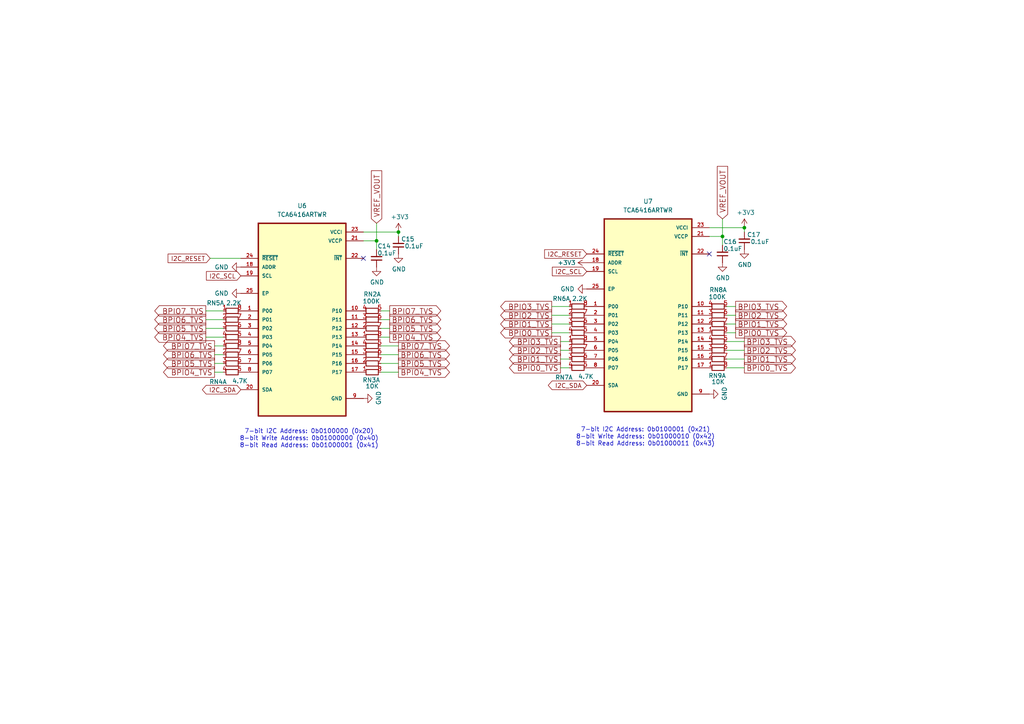
<source format=kicad_sch>
(kicad_sch (version 20250114) (generator "eeschema") (generator_version "9.0")
  (paper "A4")
  (lib_symbols
    (symbol "BusPirate-5-rev10-rescue:+3.3V-power" (power) (pin_names (offset 0))
      (property "Value" "+3.3V-power" (at 0 3.556 0))
      (symbol "+3.3V-power_0_1"
        (polyline (pts (xy -0.762 1.27) (xy 0 2.54)))
        (polyline (pts (xy 0 2.54) (xy 0.762 1.27)))
        (polyline (pts (xy 0 0) (xy 0 2.54)))
      )
      (symbol "+3.3V-power_1_1"
        (pin power_in line (at 0 0 90) (length 0) (hide yes) (name "+3V3") (number "1"))
      )
    )
    (symbol "Device:C_Small" (pin_numbers (hide yes)) (pin_names (offset 0.254) (hide yes))
      (property "Reference" "C" (at 0.254 1.778 0))
      (property "Value" "C_Small" (at 0.254 -2.032 0))
      (symbol "C_Small_0_1"
        (polyline (pts (xy -1.524 0.508) (xy 1.524 0.508)) (stroke (width 0.3048)))
        (polyline (pts (xy -1.524 -0.508) (xy 1.524 -0.508)) (stroke (width 0.3302)))
      )
      (symbol "C_Small_1_1"
        (pin passive line (at 0 2.54 270) (length 2.032) (name "~") (number "1"))
        (pin passive line (at 0 -2.54 90) (length 2.032) (name "~") (number "2"))
      )
    )
    (symbol "TCA6416RTWT:TCA6416RTWT" (pin_names (offset 1.016))
      (property "Reference" "U" (at -12.7 28.94 0))
      (property "Value" "TCA6416RTWT" (at -12.7 -31.94 0))
      (symbol "TCA6416RTWT_0_0"
        (rectangle (start -12.7 -27.94) (end 12.7 27.94) (stroke (width 0.41)) (fill (type background)))
        (pin input line (at -17.78 17.78 0) (length 5.08) (name "~{RESET}") (number "24"))
        (pin input line (at -17.78 15.24 0) (length 5.08) (name "ADDR") (number "18"))
        (pin input line (at -17.78 12.7 0) (length 5.08) (name "SCL") (number "19"))
        (pin bidirectional line (at -17.78 7.62 0) (length 5.08) (name "EP") (number "25"))
        (pin bidirectional line (at -17.78 2.54 0) (length 5.08) (name "P00") (number "1"))
        (pin bidirectional line (at -17.78 0 0) (length 5.08) (name "P01") (number "2"))
        (pin bidirectional line (at -17.78 -2.54 0) (length 5.08) (name "P02") (number "3"))
        (pin bidirectional line (at -17.78 -5.08 0) (length 5.08) (name "P03") (number "4"))
        (pin bidirectional line (at -17.78 -7.62 0) (length 5.08) (name "P04") (number "5"))
        (pin bidirectional line (at -17.78 -10.16 0) (length 5.08) (name "P05") (number "6"))
        (pin bidirectional line (at -17.78 -12.7 0) (length 5.08) (name "P06") (number "7"))
        (pin bidirectional line (at -17.78 -15.24 0) (length 5.08) (name "P07") (number "8"))
        (pin bidirectional line (at -17.78 -20.32 0) (length 5.08) (name "SDA") (number "20"))
        (pin power_in line (at 17.78 25.4 180) (length 5.08) (name "VCCI") (number "23"))
        (pin power_in line (at 17.78 22.86 180) (length 5.08) (name "VCCP") (number "21"))
        (pin output line (at 17.78 17.78 180) (length 5.08) (name "~{INT}") (number "22"))
        (pin bidirectional line (at 17.78 2.54 180) (length 5.08) (name "P10") (number "10"))
        (pin bidirectional line (at 17.78 0 180) (length 5.08) (name "P11") (number "11"))
        (pin bidirectional line (at 17.78 -2.54 180) (length 5.08) (name "P12") (number "12"))
        (pin bidirectional line (at 17.78 -5.08 180) (length 5.08) (name "P13") (number "13"))
        (pin bidirectional line (at 17.78 -7.62 180) (length 5.08) (name "P14") (number "14"))
        (pin bidirectional line (at 17.78 -10.16 180) (length 5.08) (name "P15") (number "15"))
        (pin bidirectional line (at 17.78 -12.7 180) (length 5.08) (name "P16") (number "16"))
        (pin bidirectional line (at 17.78 -15.24 180) (length 5.08) (name "P17") (number "17"))
        (pin power_in line (at 17.78 -22.86 180) (length 5.08) (name "GND") (number "9"))
      )
    )
    (symbol "dp-rarray:R_Array" (pin_names (offset 0) (hide yes))
      (property "Reference" "RN" (at 2.286 0.762 0))
      (property "Value" "R_Array" (at 4.572 -0.762 0))
      (symbol "R_Array_0_1"
        (rectangle (start 0.762 1.778) (end -0.762 -1.778) (stroke (width 0.254)))
      )
      (symbol "R_Array_1_1"
        (pin passive line (at 0 2.54 270) (length 0.762) (name "R1.1") (number "1"))
        (pin passive line (at 0 -2.54 90) (length 0.762) (name "R1.8") (number "8"))
      )
      (symbol "R_Array_2_1"
        (pin passive line (at 0 2.54 270) (length 0.762) (name "R1.1") (number "2"))
        (pin passive line (at 0 -2.54 90) (length 0.762) (name "R1.8") (number "7"))
      )
      (symbol "R_Array_3_1"
        (pin passive line (at 0 2.54 270) (length 0.762) (name "R1.1") (number "3"))
        (pin passive line (at 0 -2.54 90) (length 0.762) (name "R1.8") (number "6"))
      )
      (symbol "R_Array_4_1"
        (pin passive line (at 0 2.54 270) (length 0.762) (name "R1.1") (number "4"))
        (pin passive line (at 0 -2.54 90) (length 0.762) (name "R1.8") (number "5"))
      )
    )
    (symbol "power:GND" (power) (pin_names (offset 0))
      (property "Value" "GND" (at 0 -3.81 0))
      (symbol "GND_0_1"
        (polyline (pts (xy 0 0) (xy 0 -1.27) (xy 1.27 -1.27) (xy 0 -2.54) (xy -1.27 -1.27) (xy 0 -1.27)))
      )
      (symbol "GND_1_1"
        (pin power_in line (at 0 0 270) (length 0) (hide yes) (name "GND") (number "1"))
      )
    )
  )
  (text "7-bit I2C Address: 0b0100000 (0x20)\n8-bit Write Address: 0b01000000 (0x40)\n8-bit Read Address: 0b01000001 (0x41)" (at 89.662 127.254 0) (effects (font (size 1.27 1.27))))
  (text "7-bit I2C Address: 0b0100001 (0x21)\n8-bit Write Address: 0b01000010 (0x42)\n8-bit Read Address: 0b01000011 (0x43)" (at 187.198 126.746 0) (effects (font (size 1.27 1.27))))
  (junction (at 115.57 67.31))
  (junction (at 215.9 66.04))
  (junction (at 209.55 68.58))
  (junction (at 109.22 69.85))
  (no_connect (at 205.74 73.66))
  (no_connect (at 105.41 74.93))
  (wire (pts (xy 210.82 96.52) (xy 213.36 96.52)))
  (wire (pts (xy 110.49 90.17) (xy 113.03 90.17)))
  (wire (pts (xy 64.77 100.33) (xy 62.23 100.33)))
  (wire (pts (xy 165.1 106.68) (xy 162.56 106.68)))
  (wire (pts (xy 105.41 69.85) (xy 109.22 69.85)))
  (wire (pts (xy 64.77 107.95) (xy 62.23 107.95)))
  (wire (pts (xy 64.77 105.41) (xy 62.23 105.41)))
  (wire (pts (xy 205.74 66.04) (xy 215.9 66.04)))
  (wire (pts (xy 110.49 105.41) (xy 115.57 105.41)))
  (wire (pts (xy 109.22 69.85) (xy 109.22 72.39)))
  (wire (pts (xy 110.49 107.95) (xy 115.57 107.95)))
  (wire (pts (xy 110.49 97.79) (xy 113.03 97.79)))
  (wire (pts (xy 165.1 93.98) (xy 160.02 93.98)))
  (wire (pts (xy 64.77 90.17) (xy 59.69 90.17)))
  (wire (pts (xy 64.77 92.71) (xy 59.69 92.71)))
  (wire (pts (xy 109.22 64.77) (xy 109.22 69.85)))
  (wire (pts (xy 209.55 68.58) (xy 209.55 71.12)))
  (wire (pts (xy 105.41 67.31) (xy 115.57 67.31)))
  (wire (pts (xy 165.1 91.44) (xy 160.02 91.44)))
  (wire (pts (xy 165.1 96.52) (xy 160.02 96.52)))
  (wire (pts (xy 110.49 92.71) (xy 113.03 92.71)))
  (wire (pts (xy 64.77 102.87) (xy 62.23 102.87)))
  (wire (pts (xy 210.82 104.14) (xy 215.9 104.14)))
  (wire (pts (xy 115.57 67.31) (xy 115.57 68.58)))
  (wire (pts (xy 165.1 88.9) (xy 160.02 88.9)))
  (wire (pts (xy 210.82 88.9) (xy 213.36 88.9)))
  (wire (pts (xy 110.49 102.87) (xy 115.57 102.87)))
  (wire (pts (xy 205.74 68.58) (xy 209.55 68.58)))
  (wire (pts (xy 210.82 91.44) (xy 213.36 91.44)))
  (wire (pts (xy 210.82 99.06) (xy 215.9 99.06)))
  (wire (pts (xy 165.1 101.6) (xy 162.56 101.6)))
  (wire (pts (xy 165.1 104.14) (xy 162.56 104.14)))
  (wire (pts (xy 60.96 74.93) (xy 69.85 74.93)))
  (wire (pts (xy 64.77 95.25) (xy 59.69 95.25)))
  (wire (pts (xy 64.77 97.79) (xy 59.69 97.79)))
  (wire (pts (xy 215.9 66.04) (xy 215.9 67.31)))
  (wire (pts (xy 210.82 106.68) (xy 215.9 106.68)))
  (wire (pts (xy 209.55 63.5) (xy 209.55 68.58)))
  (wire (pts (xy 110.49 95.25) (xy 113.03 95.25)))
  (wire (pts (xy 165.1 99.06) (xy 162.56 99.06)))
  (wire (pts (xy 210.82 93.98) (xy 213.36 93.98)))
  (wire (pts (xy 210.82 101.6) (xy 215.9 101.6)))
  (wire (pts (xy 110.49 100.33) (xy 115.57 100.33)))
  (global_label "BPIO3_TVS" (shape output) (at 160.02 88.9 180) (effects (font (size 1.524 1.524))) (property "Intersheetrefs" "${INTERSHEET_REFS}" (effects (hide yes))))
  (global_label "BPIO7_TVS" (shape output) (at 62.23 100.33 180) (effects (font (size 1.524 1.524))) (property "Intersheetrefs" "${INTERSHEET_REFS}" (effects (hide yes))))
  (global_label "BPIO5_TVS" (shape output) (at 62.23 105.41 180) (effects (font (size 1.524 1.524))) (property "Intersheetrefs" "${INTERSHEET_REFS}" (effects (hide yes))))
  (global_label "BPIO5_TVS" (shape output) (at 113.03 95.25 0) (effects (font (size 1.524 1.524))) (property "Intersheetrefs" "${INTERSHEET_REFS}" (effects (hide yes))))
  (global_label "I2C_SCL" (shape input) (at 69.85 80.01 180) (property "Intersheetrefs" "${INTERSHEET_REFS}" (effects (hide yes))))
  (global_label "BPIO0_TVS" (shape output) (at 213.36 96.52 0) (effects (font (size 1.524 1.524))) (property "Intersheetrefs" "${INTERSHEET_REFS}" (effects (hide yes))))
  (global_label "BPIO0_TVS" (shape output) (at 162.56 106.68 180) (effects (font (size 1.524 1.524))) (property "Intersheetrefs" "${INTERSHEET_REFS}" (effects (hide yes))))
  (global_label "BPIO4_TVS" (shape output) (at 59.69 97.79 180) (effects (font (size 1.524 1.524))) (property "Intersheetrefs" "${INTERSHEET_REFS}" (effects (hide yes))))
  (global_label "I2C_RESET" (shape input) (at 60.96 74.93 180) (property "Intersheetrefs" "${INTERSHEET_REFS}" (effects (hide yes))))
  (global_label "BPIO4_TVS" (shape output) (at 115.57 107.95 0) (effects (font (size 1.524 1.524))) (property "Intersheetrefs" "${INTERSHEET_REFS}" (effects (hide yes))))
  (global_label "BPIO6_TVS" (shape output) (at 62.23 102.87 180) (effects (font (size 1.524 1.524))) (property "Intersheetrefs" "${INTERSHEET_REFS}" (effects (hide yes))))
  (global_label "BPIO5_TVS" (shape output) (at 59.69 95.25 180) (effects (font (size 1.524 1.524))) (property "Intersheetrefs" "${INTERSHEET_REFS}" (effects (hide yes))))
  (global_label "BPIO6_TVS" (shape output) (at 113.03 92.71 0) (effects (font (size 1.524 1.524))) (property "Intersheetrefs" "${INTERSHEET_REFS}" (effects (hide yes))))
  (global_label "BPIO3_TVS" (shape output) (at 215.9 99.06 0) (effects (font (size 1.524 1.524))) (property "Intersheetrefs" "${INTERSHEET_REFS}" (effects (hide yes))))
  (global_label "BPIO1_TVS" (shape output) (at 215.9 104.14 0) (effects (font (size 1.524 1.524))) (property "Intersheetrefs" "${INTERSHEET_REFS}" (effects (hide yes))))
  (global_label "I2C_SDA" (shape bidirectional) (at 69.85 113.03 180) (property "Intersheetrefs" "${INTERSHEET_REFS}" (effects (hide yes))))
  (global_label "BPIO7_TVS" (shape output) (at 113.03 90.17 0) (effects (font (size 1.524 1.524))) (property "Intersheetrefs" "${INTERSHEET_REFS}" (effects (hide yes))))
  (global_label "VREF_VOUT" (shape input) (at 109.22 64.77 90) (effects (font (size 1.524 1.524))) (property "Intersheetrefs" "${INTERSHEET_REFS}" (effects (hide yes))))
  (global_label "BPIO7_TVS" (shape output) (at 115.57 100.33 0) (effects (font (size 1.524 1.524))) (property "Intersheetrefs" "${INTERSHEET_REFS}" (effects (hide yes))))
  (global_label "I2C_RESET" (shape input) (at 170.18 73.66 180) (property "Intersheetrefs" "${INTERSHEET_REFS}" (effects (hide yes))))
  (global_label "BPIO0_TVS" (shape output) (at 160.02 96.52 180) (effects (font (size 1.524 1.524))) (property "Intersheetrefs" "${INTERSHEET_REFS}" (effects (hide yes))))
  (global_label "BPIO1_TVS" (shape output) (at 213.36 93.98 0) (effects (font (size 1.524 1.524))) (property "Intersheetrefs" "${INTERSHEET_REFS}" (effects (hide yes))))
  (global_label "BPIO1_TVS" (shape output) (at 162.56 104.14 180) (effects (font (size 1.524 1.524))) (property "Intersheetrefs" "${INTERSHEET_REFS}" (effects (hide yes))))
  (global_label "BPIO4_TVS" (shape output) (at 62.23 107.95 180) (effects (font (size 1.524 1.524))) (property "Intersheetrefs" "${INTERSHEET_REFS}" (effects (hide yes))))
  (global_label "BPIO2_TVS" (shape output) (at 213.36 91.44 0) (effects (font (size 1.524 1.524))) (property "Intersheetrefs" "${INTERSHEET_REFS}" (effects (hide yes))))
  (global_label "BPIO3_TVS" (shape output) (at 213.36 88.9 0) (effects (font (size 1.524 1.524))) (property "Intersheetrefs" "${INTERSHEET_REFS}" (effects (hide yes))))
  (global_label "BPIO2_TVS" (shape output) (at 160.02 91.44 180) (effects (font (size 1.524 1.524))) (property "Intersheetrefs" "${INTERSHEET_REFS}" (effects (hide yes))))
  (global_label "BPIO0_TVS" (shape output) (at 215.9 106.68 0) (effects (font (size 1.524 1.524))) (property "Intersheetrefs" "${INTERSHEET_REFS}" (effects (hide yes))))
  (global_label "BPIO7_TVS" (shape output) (at 59.69 90.17 180) (effects (font (size 1.524 1.524))) (property "Intersheetrefs" "${INTERSHEET_REFS}" (effects (hide yes))))
  (global_label "BPIO3_TVS" (shape output) (at 162.56 99.06 180) (effects (font (size 1.524 1.524))) (property "Intersheetrefs" "${INTERSHEET_REFS}" (effects (hide yes))))
  (global_label "BPIO5_TVS" (shape output) (at 115.57 105.41 0) (effects (font (size 1.524 1.524))) (property "Intersheetrefs" "${INTERSHEET_REFS}" (effects (hide yes))))
  (global_label "I2C_SCL" (shape input) (at 170.18 78.74 180) (property "Intersheetrefs" "${INTERSHEET_REFS}" (effects (hide yes))))
  (global_label "BPIO6_TVS" (shape output) (at 59.69 92.71 180) (effects (font (size 1.524 1.524))) (property "Intersheetrefs" "${INTERSHEET_REFS}" (effects (hide yes))))
  (global_label "I2C_SDA" (shape bidirectional) (at 170.18 111.76 180) (property "Intersheetrefs" "${INTERSHEET_REFS}" (effects (hide yes))))
  (global_label "VREF_VOUT" (shape input) (at 209.55 63.5 90) (effects (font (size 1.524 1.524))) (property "Intersheetrefs" "${INTERSHEET_REFS}" (effects (hide yes))))
  (global_label "BPIO4_TVS" (shape output) (at 113.03 97.79 0) (effects (font (size 1.524 1.524))) (property "Intersheetrefs" "${INTERSHEET_REFS}" (effects (hide yes))))
  (global_label "BPIO2_TVS" (shape output) (at 215.9 101.6 0) (effects (font (size 1.524 1.524))) (property "Intersheetrefs" "${INTERSHEET_REFS}" (effects (hide yes))))
  (global_label "BPIO2_TVS" (shape output) (at 162.56 101.6 180) (effects (font (size 1.524 1.524))) (property "Intersheetrefs" "${INTERSHEET_REFS}" (effects (hide yes))))
  (global_label "BPIO1_TVS" (shape output) (at 160.02 93.98 180) (effects (font (size 1.524 1.524))) (property "Intersheetrefs" "${INTERSHEET_REFS}" (effects (hide yes))))
  (global_label "BPIO6_TVS" (shape output) (at 115.57 102.87 0) (effects (font (size 1.524 1.524))) (property "Intersheetrefs" "${INTERSHEET_REFS}" (effects (hide yes))))
  (symbol (lib_id "dp-rarray:R_Array") (at 67.31 95.25 90) (unit 3)
    (property "Reference" "RN5" (effects (hide yes)))
    (property "Value" "2.2K" (effects (hide yes)))
    (property "Footprint" "Resistor_SMD:R_Array_Convex_4x0402" (effects (hide yes)))
    (property "Datasheet" "http://www.vishay.com/docs/31509/csc.pdf" (effects (hide yes)))
    (property "RMB" "0.034572" (effects (hide yes)))
    (property "Supplier" "https://item.szlcsc.com/45893.html" (effects (hide yes)))
    (property "szlcsc_partnumber" "C26075" (effects (hide yes)))
    (property "szlcsc_url" "https://item.szlcsc.com/26818.html" (effects (hide yes)))
  )
  (symbol (lib_id "dp-rarray:R_Array") (at 167.64 99.06 90) (unit 1)
    (property "Reference" "RN7" (at 163.576 109.474 90))
    (property "Value" "4.7K" (effects (hide yes)))
    (property "Footprint" "Resistor_SMD:R_Array_Convex_4x0402" (effects (hide yes)))
    (property "Datasheet" "http://www.vishay.com/docs/31509/csc.pdf" (effects (hide yes)))
    (property "RMB" "0.034572" (effects (hide yes)))
    (property "Supplier" "https://item.szlcsc.com/45893.html" (effects (hide yes)))
    (property "szlcsc_partnumber" "C29586" (effects (hide yes)))
    (property "szlcsc_url" "https://item.szlcsc.com/30340.html?fromZone=s_s__%25224.7K%25200402x4%2522&spm=sc.gb.xh1.zy.n___sc.gb.hd.ss&lcsc_vid=RlENUlJWE1QKBlBWRAVaUFNTT1leBQZXRFNcVAVQQVAxVlNSRFRcV1ZTQFNZVDsOAxUeFF5JWAgaAglIBBsCBBcFWQIBCks%3D" (effects (hide yes)))
  )
  (symbol (lib_id "dp-rarray:R_Array") (at 107.95 95.25 90) (mirror x) (unit 2)
    (property "Reference" "RN2" (effects (hide yes)))
    (property "Value" "100K" (effects (hide yes)))
    (property "Footprint" "Resistor_SMD:R_Array_Convex_4x0402" (effects (hide yes)))
    (property "Datasheet" "http://www.vishay.com/docs/31509/csc.pdf" (effects (hide yes)))
    (property "RMB" "0.034572" (effects (hide yes)))
    (property "Supplier" "https://item.szlcsc.com/45893.html" (effects (hide yes)))
    (property "szlcsc_partnumber" "C25724" (effects (hide yes)))
    (property "szlcsc_url" "https://item.szlcsc.com/26467.html?fromZone=s_s__%2522100K%25200402x4%2522&spm=sc.gb.xh1.zy.n___sc.gb.hd.ss&lcsc_vid=RlENUlJWE1QKBlBWRAVaUFNTT1leBQZXRFNcVAVQQVAxVlNSRFRcV1ZTQFNZVDsOAxUeFF5JWAgaAglIBBsCBBcFWQIBCks%3D" (effects (hide yes)))
  )
  (symbol (lib_id "power:GND") (at 69.85 77.47 270) (unit 1)
    (property "Reference" "#PWR057" (effects (hide yes)))
    (property "Value" "GND" (at 64.262 77.47 90))
  )
  (symbol (lib_id "dp-rarray:R_Array") (at 107.95 102.87 90) (mirror x) (unit 3)
    (property "Reference" "RN3" (effects (hide yes)))
    (property "Value" "10K" (effects (hide yes)))
    (property "Footprint" "Resistor_SMD:R_Array_Convex_4x0402" (effects (hide yes)))
    (property "Datasheet" "http://www.vishay.com/docs/31509/csc.pdf" (effects (hide yes)))
    (property "RMB" "0.034572" (effects (hide yes)))
    (property "Supplier" "https://item.szlcsc.com/45893.html" (effects (hide yes)))
    (property "szlcsc_partnumber" "C25725" (effects (hide yes)))
    (property "szlcsc_url" "https://item.szlcsc.com/26468.html?fromZone=s_s__%252210K%25200402x4%2522&spm=sc.gb.xh1.zy.n___sc.gb.hd.ss&lcsc_vid=RlENUlJWE1QKBlBWRAVaUFNTT1leBQZXRFNcVAVQQVAxVlNSRFRcV1ZTQFNZVDsOAxUeFF5JWAgaAglIBBsCBBcFWQIBCks%3D" (effects (hide yes)))
  )
  (symbol (lib_id "dp-rarray:R_Array") (at 208.28 91.44 90) (mirror x) (unit 3)
    (property "Reference" "RN8" (effects (hide yes)))
    (property "Value" "100K" (effects (hide yes)))
    (property "Footprint" "Resistor_SMD:R_Array_Convex_4x0402" (effects (hide yes)))
    (property "Datasheet" "http://www.vishay.com/docs/31509/csc.pdf" (effects (hide yes)))
    (property "RMB" "0.034572" (effects (hide yes)))
    (property "Supplier" "https://item.szlcsc.com/45893.html" (effects (hide yes)))
    (property "szlcsc_partnumber" "C25724" (effects (hide yes)))
    (property "szlcsc_url" "https://item.szlcsc.com/26467.html?fromZone=s_s__%2522100K%25200402x4%2522&spm=sc.gb.xh1.zy.n___sc.gb.hd.ss&lcsc_vid=RlENUlJWE1QKBlBWRAVaUFNTT1leBQZXRFNcVAVQQVAxVlNSRFRcV1ZTQFNZVDsOAxUeFF5JWAgaAglIBBsCBBcFWQIBCks%3D" (effects (hide yes)))
  )
  (symbol (lib_id "TCA6416RTWT:TCA6416RTWT") (at 87.63 92.71 0) (unit 1)
    (property "Reference" "U6" (at 87.63 59.69 0))
    (property "Value" "TCA6416ARTWR" (at 87.63 62.23 0))
    (property "Footprint" "Package_DFN_QFN:QFN-24-1EP_4x4mm_P0.5mm_EP2.75x2.75mm" (effects (hide yes)))
    (property "Description" "Low-voltage 16-bit I2C & SMBus I/O expander with interrupt output, reset & config registers 24-WQFN -40 to 85" (effects (hide yes)))
    (property "MF" "Texas Instruments" (effects (hide yes)))
    (property "Package" "WQFN-24 Texas Instruments" (effects (hide yes)))
    (property "Price" "None" (effects (hide yes)))
    (property "SnapEDA_Link" "https://www.snapeda.com/parts/TCA6416RTWT/Texas+Instruments/view-part/?ref=snap" (effects (hide yes)))
    (property "MP" "TCA6416RTWT" (effects (hide yes)))
    (property "Availability" "In Stock" (effects (hide yes)))
    (property "Check_prices" "https://www.snapeda.com/parts/TCA6416RTWT/Texas+Instruments/view-part/?ref=eda" (effects (hide yes)))
  )
  (symbol (lib_id "dp-rarray:R_Array") (at 67.31 102.87 90) (unit 2)
    (property "Reference" "RN4" (effects (hide yes)))
    (property "Value" "4.7K" (effects (hide yes)))
    (property "Footprint" "Resistor_SMD:R_Array_Convex_4x0402" (effects (hide yes)))
    (property "Datasheet" "http://www.vishay.com/docs/31509/csc.pdf" (effects (hide yes)))
    (property "RMB" "0.034572" (effects (hide yes)))
    (property "Supplier" "https://item.szlcsc.com/45893.html" (effects (hide yes)))
    (property "szlcsc_partnumber" "C29586" (effects (hide yes)))
    (property "szlcsc_url" "https://item.szlcsc.com/30340.html?fromZone=s_s__%25224.7K%25200402x4%2522&spm=sc.gb.xh1.zy.n___sc.gb.hd.ss&lcsc_vid=RlENUlJWE1QKBlBWRAVaUFNTT1leBQZXRFNcVAVQQVAxVlNSRFRcV1ZTQFNZVDsOAxUeFF5JWAgaAglIBBsCBBcFWQIBCks%3D" (effects (hide yes)))
  )
  (symbol (lib_id "power:GND") (at 69.85 85.09 270) (unit 1)
    (property "Reference" "#PWR0150" (effects (hide yes)))
    (property "Value" "GND" (at 64.262 85.09 90))
  )
  (symbol (lib_id "power:GND") (at 215.9 72.39 0) (unit 1)
    (property "Reference" "#PWR062" (effects (hide yes)))
    (property "Value" "GND" (at 216.027 76.7842 0))
  )
  (symbol (lib_id "power:GND") (at 105.41 115.57 90) (unit 1)
    (property "Reference" "#PWR056" (effects (hide yes)))
    (property "Value" "GND" (at 109.8042 115.443 0))
  )
  (symbol (lib_id "dp-rarray:R_Array") (at 107.95 90.17 90) (mirror x) (unit 4)
    (property "Reference" "RN2" (effects (hide yes)))
    (property "Value" "100K" (at 107.696 87.376 90))
    (property "Footprint" "Resistor_SMD:R_Array_Convex_4x0402" (effects (hide yes)))
    (property "Datasheet" "http://www.vishay.com/docs/31509/csc.pdf" (effects (hide yes)))
    (property "RMB" "0.034572" (effects (hide yes)))
    (property "Supplier" "https://item.szlcsc.com/45893.html" (effects (hide yes)))
    (property "szlcsc_partnumber" "C25724" (effects (hide yes)))
    (property "szlcsc_url" "https://item.szlcsc.com/26467.html?fromZone=s_s__%2522100K%25200402x4%2522&spm=sc.gb.xh1.zy.n___sc.gb.hd.ss&lcsc_vid=RlENUlJWE1QKBlBWRAVaUFNTT1leBQZXRFNcVAVQQVAxVlNSRFRcV1ZTQFNZVDsOAxUeFF5JWAgaAglIBBsCBBcFWQIBCks%3D" (effects (hide yes)))
  )
  (symbol (lib_id "power:GND") (at 205.74 114.3 90) (unit 1)
    (property "Reference" "#PWR059" (effects (hide yes)))
    (property "Value" "GND" (at 210.1342 114.173 0))
  )
  (symbol (lib_id "dp-rarray:R_Array") (at 167.64 104.14 90) (unit 3)
    (property "Reference" "RN7" (effects (hide yes)))
    (property "Value" "4.7K" (effects (hide yes)))
    (property "Footprint" "Resistor_SMD:R_Array_Convex_4x0402" (effects (hide yes)))
    (property "Datasheet" "http://www.vishay.com/docs/31509/csc.pdf" (effects (hide yes)))
    (property "RMB" "0.034572" (effects (hide yes)))
    (property "Supplier" "https://item.szlcsc.com/45893.html" (effects (hide yes)))
    (property "szlcsc_partnumber" "C29586" (effects (hide yes)))
    (property "szlcsc_url" "https://item.szlcsc.com/30340.html?fromZone=s_s__%25224.7K%25200402x4%2522&spm=sc.gb.xh1.zy.n___sc.gb.hd.ss&lcsc_vid=RlENUlJWE1QKBlBWRAVaUFNTT1leBQZXRFNcVAVQQVAxVlNSRFRcV1ZTQFNZVDsOAxUeFF5JWAgaAglIBBsCBBcFWQIBCks%3D" (effects (hide yes)))
  )
  (symbol (lib_id "Device:C_Small") (at 215.9 69.85 180) (unit 1)
    (property "Reference" "C17" (at 216.662 68.072 0) (effects (justify right)))
    (property "Value" "0.1uF" (at 217.678 70.104 0) (effects (justify right)))
    (property "Footprint" "Capacitor_SMD:C_0402_1005Metric" (effects (hide yes)))
    (property "szlcsc_partnumber" "C1525" (effects (hide yes)))
    (property "szlcsc_url" "https://item.szlcsc.com/1877.html?fromZone=s_s__%25220.1uF%25200402%2522&spm=sc.gb.xh2.zy.n&lcsc_vid=RlENUlJWE1QKBlBWRAVaUFNTT1leBQZXRFNcVAVQQVAxVlNSRFRfXlBUQ1ZeVzsOAxUeFF5JWAgaAglIBBsCBBcFWQIBCks%3D" (effects (hide yes)))
  )
  (symbol (lib_id "BusPirate-5-rev10-rescue:+3.3V-power") (at 170.18 76.2 90) (unit 1)
    (property "Reference" "#PWR058" (effects (hide yes)))
    (property "Value" "+3V3" (at 164.338 76.2 90))
  )
  (symbol (lib_id "BusPirate-5-rev10-rescue:+3.3V-power") (at 215.9 66.04 0) (unit 1)
    (property "Reference" "#PWR061" (effects (hide yes)))
    (property "Value" "+3V3" (at 216.281 61.6458 0))
  )
  (symbol (lib_id "dp-rarray:R_Array") (at 67.31 97.79 90) (unit 4)
    (property "Reference" "RN5" (effects (hide yes)))
    (property "Value" "2.2K" (effects (hide yes)))
    (property "Footprint" "Resistor_SMD:R_Array_Convex_4x0402" (effects (hide yes)))
    (property "Datasheet" "http://www.vishay.com/docs/31509/csc.pdf" (effects (hide yes)))
    (property "RMB" "0.034572" (effects (hide yes)))
    (property "Supplier" "https://item.szlcsc.com/45893.html" (effects (hide yes)))
    (property "szlcsc_partnumber" "C26075" (effects (hide yes)))
    (property "szlcsc_url" "https://item.szlcsc.com/26818.html" (effects (hide yes)))
  )
  (symbol (lib_id "dp-rarray:R_Array") (at 67.31 92.71 90) (unit 2)
    (property "Reference" "RN5" (effects (hide yes)))
    (property "Value" "2.2K" (effects (hide yes)))
    (property "Footprint" "Resistor_SMD:R_Array_Convex_4x0402" (effects (hide yes)))
    (property "Datasheet" "http://www.vishay.com/docs/31509/csc.pdf" (effects (hide yes)))
    (property "RMB" "0.034572" (effects (hide yes)))
    (property "Supplier" "https://item.szlcsc.com/45893.html" (effects (hide yes)))
    (property "szlcsc_partnumber" "C26075" (effects (hide yes)))
    (property "szlcsc_url" "https://item.szlcsc.com/26818.html" (effects (hide yes)))
  )
  (symbol (lib_id "dp-rarray:R_Array") (at 107.95 92.71 90) (mirror x) (unit 3)
    (property "Reference" "RN2" (effects (hide yes)))
    (property "Value" "100K" (effects (hide yes)))
    (property "Footprint" "Resistor_SMD:R_Array_Convex_4x0402" (effects (hide yes)))
    (property "Datasheet" "http://www.vishay.com/docs/31509/csc.pdf" (effects (hide yes)))
    (property "RMB" "0.034572" (effects (hide yes)))
    (property "Supplier" "https://item.szlcsc.com/45893.html" (effects (hide yes)))
    (property "szlcsc_partnumber" "C25724" (effects (hide yes)))
    (property "szlcsc_url" "https://item.szlcsc.com/26467.html?fromZone=s_s__%2522100K%25200402x4%2522&spm=sc.gb.xh1.zy.n___sc.gb.hd.ss&lcsc_vid=RlENUlJWE1QKBlBWRAVaUFNTT1leBQZXRFNcVAVQQVAxVlNSRFRcV1ZTQFNZVDsOAxUeFF5JWAgaAglIBBsCBBcFWQIBCks%3D" (effects (hide yes)))
  )
  (symbol (lib_id "dp-rarray:R_Array") (at 167.64 91.44 90) (unit 2)
    (property "Reference" "RN6" (effects (hide yes)))
    (property "Value" "2.2K" (effects (hide yes)))
    (property "Footprint" "Resistor_SMD:R_Array_Convex_4x0402" (effects (hide yes)))
    (property "Datasheet" "http://www.vishay.com/docs/31509/csc.pdf" (effects (hide yes)))
    (property "RMB" "0.034572" (effects (hide yes)))
    (property "Supplier" "https://item.szlcsc.com/45893.html" (effects (hide yes)))
    (property "szlcsc_partnumber" "C26075" (effects (hide yes)))
    (property "szlcsc_url" "https://item.szlcsc.com/26818.html" (effects (hide yes)))
  )
  (symbol (lib_id "dp-rarray:R_Array") (at 208.28 104.14 90) (mirror x) (unit 2)
    (property "Reference" "RN9" (effects (hide yes)))
    (property "Value" "10K" (effects (hide yes)))
    (property "Footprint" "Resistor_SMD:R_Array_Convex_4x0402" (effects (hide yes)))
    (property "Datasheet" "http://www.vishay.com/docs/31509/csc.pdf" (effects (hide yes)))
    (property "RMB" "0.034572" (effects (hide yes)))
    (property "Supplier" "https://item.szlcsc.com/45893.html" (effects (hide yes)))
    (property "szlcsc_partnumber" "C25725" (effects (hide yes)))
    (property "szlcsc_url" "https://item.szlcsc.com/26468.html?fromZone=s_s__%252210K%25200402x4%2522&spm=sc.gb.xh1.zy.n___sc.gb.hd.ss&lcsc_vid=RlENUlJWE1QKBlBWRAVaUFNTT1leBQZXRFNcVAVQQVAxVlNSRFRcV1ZTQFNZVDsOAxUeFF5JWAgaAglIBBsCBBcFWQIBCks%3D" (effects (hide yes)))
  )
  (symbol (lib_id "dp-rarray:R_Array") (at 67.31 105.41 90) (unit 3)
    (property "Reference" "RN4" (effects (hide yes)))
    (property "Value" "4.7K" (effects (hide yes)))
    (property "Footprint" "Resistor_SMD:R_Array_Convex_4x0402" (effects (hide yes)))
    (property "Datasheet" "http://www.vishay.com/docs/31509/csc.pdf" (effects (hide yes)))
    (property "RMB" "0.034572" (effects (hide yes)))
    (property "Supplier" "https://item.szlcsc.com/45893.html" (effects (hide yes)))
    (property "szlcsc_partnumber" "C29586" (effects (hide yes)))
    (property "szlcsc_url" "https://item.szlcsc.com/30340.html?fromZone=s_s__%25224.7K%25200402x4%2522&spm=sc.gb.xh1.zy.n___sc.gb.hd.ss&lcsc_vid=RlENUlJWE1QKBlBWRAVaUFNTT1leBQZXRFNcVAVQQVAxVlNSRFRcV1ZTQFNZVDsOAxUeFF5JWAgaAglIBBsCBBcFWQIBCks%3D" (effects (hide yes)))
  )
  (symbol (lib_id "power:GND") (at 115.57 73.66 0) (unit 1)
    (property "Reference" "#PWR054" (effects (hide yes)))
    (property "Value" "GND" (at 115.697 78.0542 0))
  )
  (symbol (lib_id "dp-rarray:R_Array") (at 208.28 99.06 90) (mirror x) (unit 4)
    (property "Reference" "RN9" (effects (hide yes)))
    (property "Value" "10K" (effects (hide yes)))
    (property "Footprint" "Resistor_SMD:R_Array_Convex_4x0402" (effects (hide yes)))
    (property "Datasheet" "http://www.vishay.com/docs/31509/csc.pdf" (effects (hide yes)))
    (property "RMB" "0.034572" (effects (hide yes)))
    (property "Supplier" "https://item.szlcsc.com/45893.html" (effects (hide yes)))
    (property "szlcsc_partnumber" "C25725" (effects (hide yes)))
    (property "szlcsc_url" "https://item.szlcsc.com/26468.html?fromZone=s_s__%252210K%25200402x4%2522&spm=sc.gb.xh1.zy.n___sc.gb.hd.ss&lcsc_vid=RlENUlJWE1QKBlBWRAVaUFNTT1leBQZXRFNcVAVQQVAxVlNSRFRcV1ZTQFNZVDsOAxUeFF5JWAgaAglIBBsCBBcFWQIBCks%3D" (effects (hide yes)))
  )
  (symbol (lib_id "dp-rarray:R_Array") (at 107.95 107.95 90) (mirror x) (unit 1)
    (property "Reference" "RN3" (at 107.696 110.236 90))
    (property "Value" "10K" (at 107.95 112.014 90))
    (property "Footprint" "Resistor_SMD:R_Array_Convex_4x0402" (effects (hide yes)))
    (property "Datasheet" "http://www.vishay.com/docs/31509/csc.pdf" (effects (hide yes)))
    (property "RMB" "0.034572" (effects (hide yes)))
    (property "Supplier" "https://item.szlcsc.com/45893.html" (effects (hide yes)))
    (property "szlcsc_partnumber" "C25725" (effects (hide yes)))
    (property "szlcsc_url" "https://item.szlcsc.com/26468.html?fromZone=s_s__%252210K%25200402x4%2522&spm=sc.gb.xh1.zy.n___sc.gb.hd.ss&lcsc_vid=RlENUlJWE1QKBlBWRAVaUFNTT1leBQZXRFNcVAVQQVAxVlNSRFRcV1ZTQFNZVDsOAxUeFF5JWAgaAglIBBsCBBcFWQIBCks%3D" (effects (hide yes)))
  )
  (symbol (lib_id "dp-rarray:R_Array") (at 107.95 100.33 90) (mirror x) (unit 4)
    (property "Reference" "RN3" (effects (hide yes)))
    (property "Value" "10K" (effects (hide yes)))
    (property "Footprint" "Resistor_SMD:R_Array_Convex_4x0402" (effects (hide yes)))
    (property "Datasheet" "http://www.vishay.com/docs/31509/csc.pdf" (effects (hide yes)))
    (property "RMB" "0.034572" (effects (hide yes)))
    (property "Supplier" "https://item.szlcsc.com/45893.html" (effects (hide yes)))
    (property "szlcsc_partnumber" "C25725" (effects (hide yes)))
    (property "szlcsc_url" "https://item.szlcsc.com/26468.html?fromZone=s_s__%252210K%25200402x4%2522&spm=sc.gb.xh1.zy.n___sc.gb.hd.ss&lcsc_vid=RlENUlJWE1QKBlBWRAVaUFNTT1leBQZXRFNcVAVQQVAxVlNSRFRcV1ZTQFNZVDsOAxUeFF5JWAgaAglIBBsCBBcFWQIBCks%3D" (effects (hide yes)))
  )
  (symbol (lib_id "dp-rarray:R_Array") (at 208.28 93.98 90) (mirror x) (unit 2)
    (property "Reference" "RN8" (effects (hide yes)))
    (property "Value" "100K" (effects (hide yes)))
    (property "Footprint" "Resistor_SMD:R_Array_Convex_4x0402" (effects (hide yes)))
    (property "Datasheet" "http://www.vishay.com/docs/31509/csc.pdf" (effects (hide yes)))
    (property "RMB" "0.034572" (effects (hide yes)))
    (property "Supplier" "https://item.szlcsc.com/45893.html" (effects (hide yes)))
    (property "szlcsc_partnumber" "C25724" (effects (hide yes)))
    (property "szlcsc_url" "https://item.szlcsc.com/26467.html?fromZone=s_s__%2522100K%25200402x4%2522&spm=sc.gb.xh1.zy.n___sc.gb.hd.ss&lcsc_vid=RlENUlJWE1QKBlBWRAVaUFNTT1leBQZXRFNcVAVQQVAxVlNSRFRcV1ZTQFNZVDsOAxUeFF5JWAgaAglIBBsCBBcFWQIBCks%3D" (effects (hide yes)))
  )
  (symbol (lib_id "dp-rarray:R_Array") (at 107.95 105.41 90) (mirror x) (unit 2)
    (property "Reference" "RN3" (effects (hide yes)))
    (property "Value" "10K" (effects (hide yes)))
    (property "Footprint" "Resistor_SMD:R_Array_Convex_4x0402" (effects (hide yes)))
    (property "Datasheet" "http://www.vishay.com/docs/31509/csc.pdf" (effects (hide yes)))
    (property "RMB" "0.034572" (effects (hide yes)))
    (property "Supplier" "https://item.szlcsc.com/45893.html" (effects (hide yes)))
    (property "szlcsc_partnumber" "C25725" (effects (hide yes)))
    (property "szlcsc_url" "https://item.szlcsc.com/26468.html?fromZone=s_s__%252210K%25200402x4%2522&spm=sc.gb.xh1.zy.n___sc.gb.hd.ss&lcsc_vid=RlENUlJWE1QKBlBWRAVaUFNTT1leBQZXRFNcVAVQQVAxVlNSRFRcV1ZTQFNZVDsOAxUeFF5JWAgaAglIBBsCBBcFWQIBCks%3D" (effects (hide yes)))
  )
  (symbol (lib_id "dp-rarray:R_Array") (at 208.28 88.9 90) (mirror x) (unit 4)
    (property "Reference" "RN8" (effects (hide yes)))
    (property "Value" "100K" (at 208.026 86.106 90))
    (property "Footprint" "Resistor_SMD:R_Array_Convex_4x0402" (effects (hide yes)))
    (property "Datasheet" "http://www.vishay.com/docs/31509/csc.pdf" (effects (hide yes)))
    (property "RMB" "0.034572" (effects (hide yes)))
    (property "Supplier" "https://item.szlcsc.com/45893.html" (effects (hide yes)))
    (property "szlcsc_partnumber" "C25724" (effects (hide yes)))
    (property "szlcsc_url" "https://item.szlcsc.com/26467.html?fromZone=s_s__%2522100K%25200402x4%2522&spm=sc.gb.xh1.zy.n___sc.gb.hd.ss&lcsc_vid=RlENUlJWE1QKBlBWRAVaUFNTT1leBQZXRFNcVAVQQVAxVlNSRFRcV1ZTQFNZVDsOAxUeFF5JWAgaAglIBBsCBBcFWQIBCks%3D" (effects (hide yes)))
  )
  (symbol (lib_id "dp-rarray:R_Array") (at 167.64 96.52 90) (unit 4)
    (property "Reference" "RN6" (effects (hide yes)))
    (property "Value" "2.2K" (effects (hide yes)))
    (property "Footprint" "Resistor_SMD:R_Array_Convex_4x0402" (effects (hide yes)))
    (property "Datasheet" "http://www.vishay.com/docs/31509/csc.pdf" (effects (hide yes)))
    (property "RMB" "0.034572" (effects (hide yes)))
    (property "Supplier" "https://item.szlcsc.com/45893.html" (effects (hide yes)))
    (property "szlcsc_partnumber" "C26075" (effects (hide yes)))
    (property "szlcsc_url" "https://item.szlcsc.com/26818.html" (effects (hide yes)))
  )
  (symbol (lib_id "BusPirate-5-rev10-rescue:+3.3V-power") (at 115.57 67.31 0) (unit 1)
    (property "Reference" "#PWR055" (effects (hide yes)))
    (property "Value" "+3V3" (at 115.951 62.9158 0))
  )
  (symbol (lib_id "dp-rarray:R_Array") (at 167.64 106.68 90) (unit 4)
    (property "Reference" "RN7" (effects (hide yes)))
    (property "Value" "4.7K" (at 169.926 109.22 90))
    (property "Footprint" "Resistor_SMD:R_Array_Convex_4x0402" (effects (hide yes)))
    (property "Datasheet" "http://www.vishay.com/docs/31509/csc.pdf" (effects (hide yes)))
    (property "RMB" "0.034572" (effects (hide yes)))
    (property "Supplier" "https://item.szlcsc.com/45893.html" (effects (hide yes)))
    (property "szlcsc_partnumber" "C29586" (effects (hide yes)))
    (property "szlcsc_url" "https://item.szlcsc.com/30340.html?fromZone=s_s__%25224.7K%25200402x4%2522&spm=sc.gb.xh1.zy.n___sc.gb.hd.ss&lcsc_vid=RlENUlJWE1QKBlBWRAVaUFNTT1leBQZXRFNcVAVQQVAxVlNSRFRcV1ZTQFNZVDsOAxUeFF5JWAgaAglIBBsCBBcFWQIBCks%3D" (effects (hide yes)))
  )
  (symbol (lib_id "dp-rarray:R_Array") (at 67.31 100.33 90) (unit 1)
    (property "Reference" "RN4" (at 63.246 110.744 90))
    (property "Value" "4.7K" (effects (hide yes)))
    (property "Footprint" "Resistor_SMD:R_Array_Convex_4x0402" (effects (hide yes)))
    (property "Datasheet" "http://www.vishay.com/docs/31509/csc.pdf" (effects (hide yes)))
    (property "RMB" "0.034572" (effects (hide yes)))
    (property "Supplier" "https://item.szlcsc.com/45893.html" (effects (hide yes)))
    (property "szlcsc_partnumber" "C29586" (effects (hide yes)))
    (property "szlcsc_url" "https://item.szlcsc.com/30340.html?fromZone=s_s__%25224.7K%25200402x4%2522&spm=sc.gb.xh1.zy.n___sc.gb.hd.ss&lcsc_vid=RlENUlJWE1QKBlBWRAVaUFNTT1leBQZXRFNcVAVQQVAxVlNSRFRcV1ZTQFNZVDsOAxUeFF5JWAgaAglIBBsCBBcFWQIBCks%3D" (effects (hide yes)))
  )
  (symbol (lib_id "dp-rarray:R_Array") (at 208.28 101.6 90) (mirror x) (unit 3)
    (property "Reference" "RN9" (effects (hide yes)))
    (property "Value" "10K" (effects (hide yes)))
    (property "Footprint" "Resistor_SMD:R_Array_Convex_4x0402" (effects (hide yes)))
    (property "Datasheet" "http://www.vishay.com/docs/31509/csc.pdf" (effects (hide yes)))
    (property "RMB" "0.034572" (effects (hide yes)))
    (property "Supplier" "https://item.szlcsc.com/45893.html" (effects (hide yes)))
    (property "szlcsc_partnumber" "C25725" (effects (hide yes)))
    (property "szlcsc_url" "https://item.szlcsc.com/26468.html?fromZone=s_s__%252210K%25200402x4%2522&spm=sc.gb.xh1.zy.n___sc.gb.hd.ss&lcsc_vid=RlENUlJWE1QKBlBWRAVaUFNTT1leBQZXRFNcVAVQQVAxVlNSRFRcV1ZTQFNZVDsOAxUeFF5JWAgaAglIBBsCBBcFWQIBCks%3D" (effects (hide yes)))
  )
  (symbol (lib_id "dp-rarray:R_Array") (at 167.64 93.98 90) (unit 3)
    (property "Reference" "RN6" (effects (hide yes)))
    (property "Value" "2.2K" (effects (hide yes)))
    (property "Footprint" "Resistor_SMD:R_Array_Convex_4x0402" (effects (hide yes)))
    (property "Datasheet" "http://www.vishay.com/docs/31509/csc.pdf" (effects (hide yes)))
    (property "RMB" "0.034572" (effects (hide yes)))
    (property "Supplier" "https://item.szlcsc.com/45893.html" (effects (hide yes)))
    (property "szlcsc_partnumber" "C26075" (effects (hide yes)))
    (property "szlcsc_url" "https://item.szlcsc.com/26818.html" (effects (hide yes)))
  )
  (symbol (lib_id "dp-rarray:R_Array") (at 208.28 106.68 90) (mirror x) (unit 1)
    (property "Reference" "RN9" (at 208.026 108.966 90))
    (property "Value" "10K" (at 208.28 110.744 90))
    (property "Footprint" "Resistor_SMD:R_Array_Convex_4x0402" (effects (hide yes)))
    (property "Datasheet" "http://www.vishay.com/docs/31509/csc.pdf" (effects (hide yes)))
    (property "RMB" "0.034572" (effects (hide yes)))
    (property "Supplier" "https://item.szlcsc.com/45893.html" (effects (hide yes)))
    (property "szlcsc_partnumber" "C25725" (effects (hide yes)))
    (property "szlcsc_url" "https://item.szlcsc.com/26468.html?fromZone=s_s__%252210K%25200402x4%2522&spm=sc.gb.xh1.zy.n___sc.gb.hd.ss&lcsc_vid=RlENUlJWE1QKBlBWRAVaUFNTT1leBQZXRFNcVAVQQVAxVlNSRFRcV1ZTQFNZVDsOAxUeFF5JWAgaAglIBBsCBBcFWQIBCks%3D" (effects (hide yes)))
  )
  (symbol (lib_id "dp-rarray:R_Array") (at 167.64 88.9 90) (unit 1)
    (property "Reference" "RN6" (at 162.814 86.614 90))
    (property "Value" "2.2K" (at 168.148 86.614 90))
    (property "Footprint" "Resistor_SMD:R_Array_Convex_4x0402" (effects (hide yes)))
    (property "Datasheet" "http://www.vishay.com/docs/31509/csc.pdf" (effects (hide yes)))
    (property "RMB" "0.034572" (effects (hide yes)))
    (property "Supplier" "https://item.szlcsc.com/45893.html" (effects (hide yes)))
    (property "szlcsc_partnumber" "C26075" (effects (hide yes)))
    (property "szlcsc_url" "https://item.szlcsc.com/26818.html" (effects (hide yes)))
  )
  (symbol (lib_id "power:GND") (at 109.22 77.47 0) (unit 1)
    (property "Reference" "#PWR044" (effects (hide yes)))
    (property "Value" "GND" (at 109.347 81.8642 0))
  )
  (symbol (lib_id "dp-rarray:R_Array") (at 208.28 96.52 90) (mirror x) (unit 1)
    (property "Reference" "RN8" (at 208.28 84.074 90))
    (property "Value" "100K" (effects (hide yes)))
    (property "Footprint" "Resistor_SMD:R_Array_Convex_4x0402" (effects (hide yes)))
    (property "Datasheet" "http://www.vishay.com/docs/31509/csc.pdf" (effects (hide yes)))
    (property "RMB" "0.034572" (effects (hide yes)))
    (property "Supplier" "https://item.szlcsc.com/45893.html" (effects (hide yes)))
    (property "szlcsc_partnumber" "C25724" (effects (hide yes)))
    (property "szlcsc_url" "https://item.szlcsc.com/26467.html?fromZone=s_s__%2522100K%25200402x4%2522&spm=sc.gb.xh1.zy.n___sc.gb.hd.ss&lcsc_vid=RlENUlJWE1QKBlBWRAVaUFNTT1leBQZXRFNcVAVQQVAxVlNSRFRcV1ZTQFNZVDsOAxUeFF5JWAgaAglIBBsCBBcFWQIBCks%3D" (effects (hide yes)))
  )
  (symbol (lib_id "TCA6416RTWT:TCA6416RTWT") (at 187.96 91.44 0) (unit 1)
    (property "Reference" "U7" (at 187.96 58.42 0))
    (property "Value" "TCA6416ARTWR" (at 187.96 60.96 0))
    (property "Footprint" "Package_DFN_QFN:QFN-24-1EP_4x4mm_P0.5mm_EP2.75x2.75mm" (effects (hide yes)))
    (property "Description" "Low-voltage 16-bit I2C & SMBus I/O expander with interrupt output, reset & config registers 24-WQFN -40 to 85" (effects (hide yes)))
    (property "MF" "Texas Instruments" (effects (hide yes)))
    (property "Package" "WQFN-24 Texas Instruments" (effects (hide yes)))
    (property "Price" "None" (effects (hide yes)))
    (property "SnapEDA_Link" "https://www.snapeda.com/parts/TCA6416RTWT/Texas+Instruments/view-part/?ref=snap" (effects (hide yes)))
    (property "MP" "TCA6416RTWT" (effects (hide yes)))
    (property "Availability" "In Stock" (effects (hide yes)))
    (property "Check_prices" "https://www.snapeda.com/parts/TCA6416RTWT/Texas+Instruments/view-part/?ref=eda" (effects (hide yes)))
  )
  (symbol (lib_id "dp-rarray:R_Array") (at 107.95 97.79 90) (mirror x) (unit 1)
    (property "Reference" "RN2" (at 107.95 85.344 90))
    (property "Value" "100K" (effects (hide yes)))
    (property "Footprint" "Resistor_SMD:R_Array_Convex_4x0402" (effects (hide yes)))
    (property "Datasheet" "http://www.vishay.com/docs/31509/csc.pdf" (effects (hide yes)))
    (property "RMB" "0.034572" (effects (hide yes)))
    (property "Supplier" "https://item.szlcsc.com/45893.html" (effects (hide yes)))
    (property "szlcsc_partnumber" "C25724" (effects (hide yes)))
    (property "szlcsc_url" "https://item.szlcsc.com/26467.html?fromZone=s_s__%2522100K%25200402x4%2522&spm=sc.gb.xh1.zy.n___sc.gb.hd.ss&lcsc_vid=RlENUlJWE1QKBlBWRAVaUFNTT1leBQZXRFNcVAVQQVAxVlNSRFRcV1ZTQFNZVDsOAxUeFF5JWAgaAglIBBsCBBcFWQIBCks%3D" (effects (hide yes)))
  )
  (symbol (lib_id "dp-rarray:R_Array") (at 167.64 101.6 90) (unit 2)
    (property "Reference" "RN7" (effects (hide yes)))
    (property "Value" "4.7K" (effects (hide yes)))
    (property "Footprint" "Resistor_SMD:R_Array_Convex_4x0402" (effects (hide yes)))
    (property "Datasheet" "http://www.vishay.com/docs/31509/csc.pdf" (effects (hide yes)))
    (property "RMB" "0.034572" (effects (hide yes)))
    (property "Supplier" "https://item.szlcsc.com/45893.html" (effects (hide yes)))
    (property "szlcsc_partnumber" "C29586" (effects (hide yes)))
    (property "szlcsc_url" "https://item.szlcsc.com/30340.html?fromZone=s_s__%25224.7K%25200402x4%2522&spm=sc.gb.xh1.zy.n___sc.gb.hd.ss&lcsc_vid=RlENUlJWE1QKBlBWRAVaUFNTT1leBQZXRFNcVAVQQVAxVlNSRFRcV1ZTQFNZVDsOAxUeFF5JWAgaAglIBBsCBBcFWQIBCks%3D" (effects (hide yes)))
  )
  (symbol (lib_id "dp-rarray:R_Array") (at 67.31 107.95 90) (unit 4)
    (property "Reference" "RN4" (effects (hide yes)))
    (property "Value" "4.7K" (at 69.596 110.49 90))
    (property "Footprint" "Resistor_SMD:R_Array_Convex_4x0402" (effects (hide yes)))
    (property "Datasheet" "http://www.vishay.com/docs/31509/csc.pdf" (effects (hide yes)))
    (property "RMB" "0.034572" (effects (hide yes)))
    (property "Supplier" "https://item.szlcsc.com/45893.html" (effects (hide yes)))
    (property "szlcsc_partnumber" "C29586" (effects (hide yes)))
    (property "szlcsc_url" "https://item.szlcsc.com/30340.html?fromZone=s_s__%25224.7K%25200402x4%2522&spm=sc.gb.xh1.zy.n___sc.gb.hd.ss&lcsc_vid=RlENUlJWE1QKBlBWRAVaUFNTT1leBQZXRFNcVAVQQVAxVlNSRFRcV1ZTQFNZVDsOAxUeFF5JWAgaAglIBBsCBBcFWQIBCks%3D" (effects (hide yes)))
  )
  (symbol (lib_id "Device:C_Small") (at 109.22 74.93 180) (unit 1)
    (property "Reference" "C14" (at 109.474 71.374 0) (effects (justify right)))
    (property "Value" "0.1uF" (at 109.474 73.406 0) (effects (justify right)))
    (property "Footprint" "Capacitor_SMD:C_0402_1005Metric" (effects (hide yes)))
    (property "szlcsc_partnumber" "C1525" (effects (hide yes)))
    (property "szlcsc_url" "https://item.szlcsc.com/1877.html?fromZone=s_s__%25220.1uF%25200402%2522&spm=sc.gb.xh2.zy.n&lcsc_vid=RlENUlJWE1QKBlBWRAVaUFNTT1leBQZXRFNcVAVQQVAxVlNSRFRfXlBUQ1ZeVzsOAxUeFF5JWAgaAglIBBsCBBcFWQIBCks%3D" (effects (hide yes)))
  )
  (symbol (lib_id "power:GND") (at 209.55 76.2 0) (unit 1)
    (property "Reference" "#PWR060" (effects (hide yes)))
    (property "Value" "GND" (at 209.677 80.5942 0))
  )
  (symbol (lib_id "Device:C_Small") (at 209.55 73.66 180) (unit 1)
    (property "Reference" "C16" (at 209.804 70.104 0) (effects (justify right)))
    (property "Value" "0.1uF" (at 209.804 72.136 0) (effects (justify right)))
    (property "Footprint" "Capacitor_SMD:C_0402_1005Metric" (effects (hide yes)))
    (property "szlcsc_partnumber" "C1525" (effects (hide yes)))
    (property "szlcsc_url" "https://item.szlcsc.com/1877.html?fromZone=s_s__%25220.1uF%25200402%2522&spm=sc.gb.xh2.zy.n&lcsc_vid=RlENUlJWE1QKBlBWRAVaUFNTT1leBQZXRFNcVAVQQVAxVlNSRFRfXlBUQ1ZeVzsOAxUeFF5JWAgaAglIBBsCBBcFWQIBCks%3D" (effects (hide yes)))
  )
  (symbol (lib_id "Device:C_Small") (at 115.57 71.12 180) (unit 1)
    (property "Reference" "C15" (at 116.332 69.342 0) (effects (justify right)))
    (property "Value" "0.1uF" (at 117.348 71.374 0) (effects (justify right)))
    (property "Footprint" "Capacitor_SMD:C_0402_1005Metric" (effects (hide yes)))
    (property "szlcsc_partnumber" "C1525" (effects (hide yes)))
    (property "szlcsc_url" "https://item.szlcsc.com/1877.html?fromZone=s_s__%25220.1uF%25200402%2522&spm=sc.gb.xh2.zy.n&lcsc_vid=RlENUlJWE1QKBlBWRAVaUFNTT1leBQZXRFNcVAVQQVAxVlNSRFRfXlBUQ1ZeVzsOAxUeFF5JWAgaAglIBBsCBBcFWQIBCks%3D" (effects (hide yes)))
  )
  (symbol (lib_id "dp-rarray:R_Array") (at 67.31 90.17 90) (unit 1)
    (property "Reference" "RN5" (at 62.484 87.884 90))
    (property "Value" "2.2K" (at 67.818 87.884 90))
    (property "Footprint" "Resistor_SMD:R_Array_Convex_4x0402" (effects (hide yes)))
    (property "Datasheet" "http://www.vishay.com/docs/31509/csc.pdf" (effects (hide yes)))
    (property "RMB" "0.034572" (effects (hide yes)))
    (property "Supplier" "https://item.szlcsc.com/45893.html" (effects (hide yes)))
    (property "szlcsc_partnumber" "C26075" (effects (hide yes)))
    (property "szlcsc_url" "https://item.szlcsc.com/26818.html" (effects (hide yes)))
  )
  (symbol (lib_id "power:GND") (at 170.18 83.82 270) (unit 1)
    (property "Reference" "#PWR0151" (effects (hide yes)))
    (property "Value" "GND" (at 164.592 83.82 90))
  )
)
</source>
